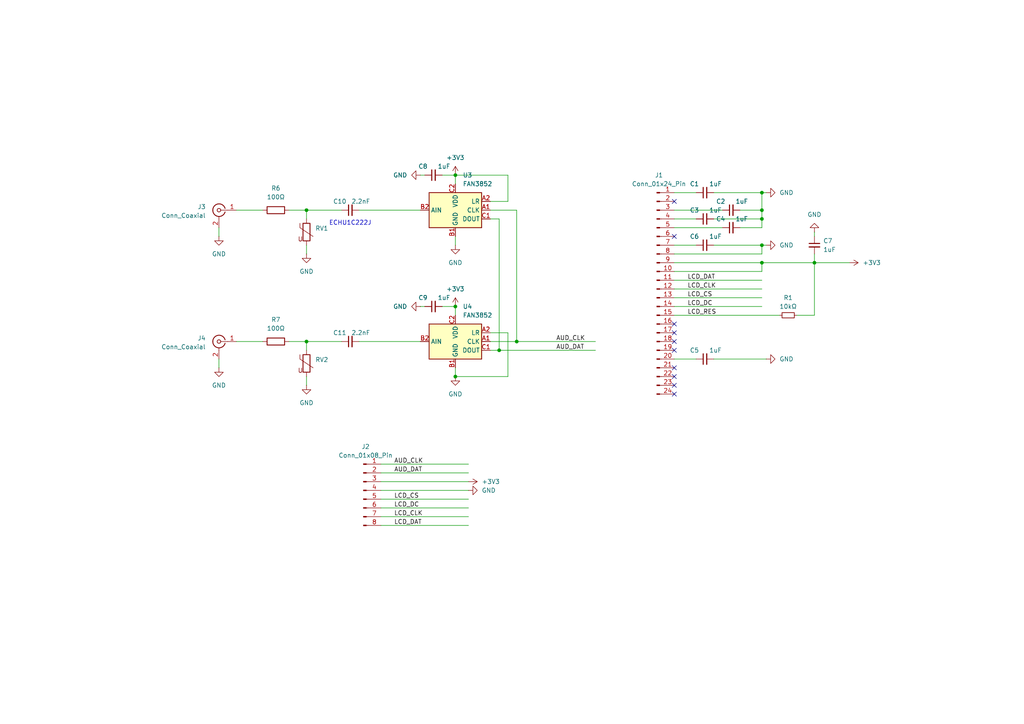
<source format=kicad_sch>
(kicad_sch (version 20250114) (generator "eeschema") (generator_version "9.0")
  (paper "A4")
  (lib_symbols
    (symbol "Connector:Conn_01x08_Pin" (pin_names (offset 1.016) (hide yes))
      (property "Reference" "J" (at 0 10.16 0))
      (property "Value" "Conn_01x08_Pin" (at 0 -12.7 0))
      (symbol "Conn_01x08_Pin_1_1"
        (rectangle (start 0.8636 7.747) (end 0 7.493) (stroke (width 0.1524)) (fill (type outline)))
        (rectangle (start 0.8636 5.207) (end 0 4.953) (stroke (width 0.1524)) (fill (type outline)))
        (rectangle (start 0.8636 2.667) (end 0 2.413) (stroke (width 0.1524)) (fill (type outline)))
        (rectangle (start 0.8636 0.127) (end 0 -0.127) (stroke (width 0.1524)) (fill (type outline)))
        (rectangle (start 0.8636 -2.413) (end 0 -2.667) (stroke (width 0.1524)) (fill (type outline)))
        (rectangle (start 0.8636 -4.953) (end 0 -5.207) (stroke (width 0.1524)) (fill (type outline)))
        (rectangle (start 0.8636 -7.493) (end 0 -7.747) (stroke (width 0.1524)) (fill (type outline)))
        (rectangle (start 0.8636 -10.033) (end 0 -10.287) (stroke (width 0.1524)) (fill (type outline)))
        (polyline (pts (xy 1.27 7.62) (xy 0.8636 7.62)) (stroke (width 0.1524)))
        (polyline (pts (xy 1.27 5.08) (xy 0.8636 5.08)) (stroke (width 0.1524)))
        (polyline (pts (xy 1.27 2.54) (xy 0.8636 2.54)) (stroke (width 0.1524)))
        (polyline (pts (xy 1.27 0) (xy 0.8636 0)) (stroke (width 0.1524)))
        (polyline (pts (xy 1.27 -2.54) (xy 0.8636 -2.54)) (stroke (width 0.1524)))
        (polyline (pts (xy 1.27 -5.08) (xy 0.8636 -5.08)) (stroke (width 0.1524)))
        (polyline (pts (xy 1.27 -7.62) (xy 0.8636 -7.62)) (stroke (width 0.1524)))
        (polyline (pts (xy 1.27 -10.16) (xy 0.8636 -10.16)) (stroke (width 0.1524)))
        (pin passive line (at 5.08 7.62 180) (length 3.81) (name "Pin_1") (number "1"))
        (pin passive line (at 5.08 5.08 180) (length 3.81) (name "Pin_2") (number "2"))
        (pin passive line (at 5.08 2.54 180) (length 3.81) (name "Pin_3") (number "3"))
        (pin passive line (at 5.08 0 180) (length 3.81) (name "Pin_4") (number "4"))
        (pin passive line (at 5.08 -2.54 180) (length 3.81) (name "Pin_5") (number "5"))
        (pin passive line (at 5.08 -5.08 180) (length 3.81) (name "Pin_6") (number "6"))
        (pin passive line (at 5.08 -7.62 180) (length 3.81) (name "Pin_7") (number "7"))
        (pin passive line (at 5.08 -10.16 180) (length 3.81) (name "Pin_8") (number "8"))
      )
    )
    (symbol "Connector:Conn_01x24_Pin" (pin_names (offset 1.016) (hide yes))
      (property "Reference" "J" (at 0 30.48 0))
      (property "Value" "Conn_01x24_Pin" (at 0 -33.02 0))
      (symbol "Conn_01x24_Pin_1_1"
        (rectangle (start 0.8636 28.067) (end 0 27.813) (stroke (width 0.1524)) (fill (type outline)))
        (rectangle (start 0.8636 25.527) (end 0 25.273) (stroke (width 0.1524)) (fill (type outline)))
        (rectangle (start 0.8636 22.987) (end 0 22.733) (stroke (width 0.1524)) (fill (type outline)))
        (rectangle (start 0.8636 20.447) (end 0 20.193) (stroke (width 0.1524)) (fill (type outline)))
        (rectangle (start 0.8636 17.907) (end 0 17.653) (stroke (width 0.1524)) (fill (type outline)))
        (rectangle (start 0.8636 15.367) (end 0 15.113) (stroke (width 0.1524)) (fill (type outline)))
        (rectangle (start 0.8636 12.827) (end 0 12.573) (stroke (width 0.1524)) (fill (type outline)))
        (rectangle (start 0.8636 10.287) (end 0 10.033) (stroke (width 0.1524)) (fill (type outline)))
        (rectangle (start 0.8636 7.747) (end 0 7.493) (stroke (width 0.1524)) (fill (type outline)))
        (rectangle (start 0.8636 5.207) (end 0 4.953) (stroke (width 0.1524)) (fill (type outline)))
        (rectangle (start 0.8636 2.667) (end 0 2.413) (stroke (width 0.1524)) (fill (type outline)))
        (rectangle (start 0.8636 0.127) (end 0 -0.127) (stroke (width 0.1524)) (fill (type outline)))
        (rectangle (start 0.8636 -2.413) (end 0 -2.667) (stroke (width 0.1524)) (fill (type outline)))
        (rectangle (start 0.8636 -4.953) (end 0 -5.207) (stroke (width 0.1524)) (fill (type outline)))
        (rectangle (start 0.8636 -7.493) (end 0 -7.747) (stroke (width 0.1524)) (fill (type outline)))
        (rectangle (start 0.8636 -10.033) (end 0 -10.287) (stroke (width 0.1524)) (fill (type outline)))
        (rectangle (start 0.8636 -12.573) (end 0 -12.827) (stroke (width 0.1524)) (fill (type outline)))
        (rectangle (start 0.8636 -15.113) (end 0 -15.367) (stroke (width 0.1524)) (fill (type outline)))
        (rectangle (start 0.8636 -17.653) (end 0 -17.907) (stroke (width 0.1524)) (fill (type outline)))
        (rectangle (start 0.8636 -20.193) (end 0 -20.447) (stroke (width 0.1524)) (fill (type outline)))
        (rectangle (start 0.8636 -22.733) (end 0 -22.987) (stroke (width 0.1524)) (fill (type outline)))
        (rectangle (start 0.8636 -25.273) (end 0 -25.527) (stroke (width 0.1524)) (fill (type outline)))
        (rectangle (start 0.8636 -27.813) (end 0 -28.067) (stroke (width 0.1524)) (fill (type outline)))
        (rectangle (start 0.8636 -30.353) (end 0 -30.607) (stroke (width 0.1524)) (fill (type outline)))
        (polyline (pts (xy 1.27 27.94) (xy 0.8636 27.94)) (stroke (width 0.1524)))
        (polyline (pts (xy 1.27 25.4) (xy 0.8636 25.4)) (stroke (width 0.1524)))
        (polyline (pts (xy 1.27 22.86) (xy 0.8636 22.86)) (stroke (width 0.1524)))
        (polyline (pts (xy 1.27 20.32) (xy 0.8636 20.32)) (stroke (width 0.1524)))
        (polyline (pts (xy 1.27 17.78) (xy 0.8636 17.78)) (stroke (width 0.1524)))
        (polyline (pts (xy 1.27 15.24) (xy 0.8636 15.24)) (stroke (width 0.1524)))
        (polyline (pts (xy 1.27 12.7) (xy 0.8636 12.7)) (stroke (width 0.1524)))
        (polyline (pts (xy 1.27 10.16) (xy 0.8636 10.16)) (stroke (width 0.1524)))
        (polyline (pts (xy 1.27 7.62) (xy 0.8636 7.62)) (stroke (width 0.1524)))
        (polyline (pts (xy 1.27 5.08) (xy 0.8636 5.08)) (stroke (width 0.1524)))
        (polyline (pts (xy 1.27 2.54) (xy 0.8636 2.54)) (stroke (width 0.1524)))
        (polyline (pts (xy 1.27 0) (xy 0.8636 0)) (stroke (width 0.1524)))
        (polyline (pts (xy 1.27 -2.54) (xy 0.8636 -2.54)) (stroke (width 0.1524)))
        (polyline (pts (xy 1.27 -5.08) (xy 0.8636 -5.08)) (stroke (width 0.1524)))
        (polyline (pts (xy 1.27 -7.62) (xy 0.8636 -7.62)) (stroke (width 0.1524)))
        (polyline (pts (xy 1.27 -10.16) (xy 0.8636 -10.16)) (stroke (width 0.1524)))
        (polyline (pts (xy 1.27 -12.7) (xy 0.8636 -12.7)) (stroke (width 0.1524)))
        (polyline (pts (xy 1.27 -15.24) (xy 0.8636 -15.24)) (stroke (width 0.1524)))
        (polyline (pts (xy 1.27 -17.78) (xy 0.8636 -17.78)) (stroke (width 0.1524)))
        (polyline (pts (xy 1.27 -20.32) (xy 0.8636 -20.32)) (stroke (width 0.1524)))
        (polyline (pts (xy 1.27 -22.86) (xy 0.8636 -22.86)) (stroke (width 0.1524)))
        (polyline (pts (xy 1.27 -25.4) (xy 0.8636 -25.4)) (stroke (width 0.1524)))
        (polyline (pts (xy 1.27 -27.94) (xy 0.8636 -27.94)) (stroke (width 0.1524)))
        (polyline (pts (xy 1.27 -30.48) (xy 0.8636 -30.48)) (stroke (width 0.1524)))
        (pin passive line (at 5.08 27.94 180) (length 3.81) (name "Pin_1") (number "1"))
        (pin passive line (at 5.08 25.4 180) (length 3.81) (name "Pin_2") (number "2"))
        (pin passive line (at 5.08 22.86 180) (length 3.81) (name "Pin_3") (number "3"))
        (pin passive line (at 5.08 20.32 180) (length 3.81) (name "Pin_4") (number "4"))
        (pin passive line (at 5.08 17.78 180) (length 3.81) (name "Pin_5") (number "5"))
        (pin passive line (at 5.08 15.24 180) (length 3.81) (name "Pin_6") (number "6"))
        (pin passive line (at 5.08 12.7 180) (length 3.81) (name "Pin_7") (number "7"))
        (pin passive line (at 5.08 10.16 180) (length 3.81) (name "Pin_8") (number "8"))
        (pin passive line (at 5.08 7.62 180) (length 3.81) (name "Pin_9") (number "9"))
        (pin passive line (at 5.08 5.08 180) (length 3.81) (name "Pin_10") (number "10"))
        (pin passive line (at 5.08 2.54 180) (length 3.81) (name "Pin_11") (number "11"))
        (pin passive line (at 5.08 0 180) (length 3.81) (name "Pin_12") (number "12"))
        (pin passive line (at 5.08 -2.54 180) (length 3.81) (name "Pin_13") (number "13"))
        (pin passive line (at 5.08 -5.08 180) (length 3.81) (name "Pin_14") (number "14"))
        (pin passive line (at 5.08 -7.62 180) (length 3.81) (name "Pin_15") (number "15"))
        (pin passive line (at 5.08 -10.16 180) (length 3.81) (name "Pin_16") (number "16"))
        (pin passive line (at 5.08 -12.7 180) (length 3.81) (name "Pin_17") (number "17"))
        (pin passive line (at 5.08 -15.24 180) (length 3.81) (name "Pin_18") (number "18"))
        (pin passive line (at 5.08 -17.78 180) (length 3.81) (name "Pin_19") (number "19"))
        (pin passive line (at 5.08 -20.32 180) (length 3.81) (name "Pin_20") (number "20"))
        (pin passive line (at 5.08 -22.86 180) (length 3.81) (name "Pin_21") (number "21"))
        (pin passive line (at 5.08 -25.4 180) (length 3.81) (name "Pin_22") (number "22"))
        (pin passive line (at 5.08 -27.94 180) (length 3.81) (name "Pin_23") (number "23"))
        (pin passive line (at 5.08 -30.48 180) (length 3.81) (name "Pin_24") (number "24"))
      )
    )
    (symbol "Connector:Conn_Coaxial" (pin_names (offset 1.016) (hide yes))
      (property "Reference" "J" (at 0.254 3.048 0))
      (property "Value" "Conn_Coaxial" (at 2.921 0 90))
      (symbol "Conn_Coaxial_0_1"
        (polyline (pts (xy -2.54 0) (xy -0.508 0)))
        (arc (start 1.778 0) (mid 0.222 -1.8079) (end -1.778 -0.508) (stroke (width 0.254)))
        (arc (start -1.778 0.508) (mid 0.2221 1.8084) (end 1.778 0) (stroke (width 0.254)))
        (circle (center 0 0) (radius 0.508) (stroke (width 0.2032)))
        (polyline (pts (xy 0 -2.54) (xy 0 -1.778)))
      )
      (symbol "Conn_Coaxial_1_1"
        (pin passive line (at -5.08 0 0) (length 2.54) (name "In") (number "1"))
        (pin passive line (at 0 -5.08 90) (length 2.54) (name "Ext") (number "2"))
      )
    )
    (symbol "Device:C_Small" (pin_numbers (hide yes)) (pin_names (offset 0.254) (hide yes))
      (property "Reference" "C" (at 0.254 1.778 0))
      (property "Value" "C_Small" (at 0.254 -2.032 0))
      (symbol "C_Small_0_1"
        (polyline (pts (xy -1.524 0.508) (xy 1.524 0.508)) (stroke (width 0.3048)))
        (polyline (pts (xy -1.524 -0.508) (xy 1.524 -0.508)) (stroke (width 0.3302)))
      )
      (symbol "C_Small_1_1"
        (pin passive line (at 0 2.54 270) (length 2.032) (name "~") (number "1"))
        (pin passive line (at 0 -2.54 90) (length 2.032) (name "~") (number "2"))
      )
    )
    (symbol "Device:R" (pin_numbers (hide yes)) (pin_names (offset 0))
      (property "Reference" "R" (at 2.032 0 90))
      (property "Value" "R" (at 0 0 90))
      (symbol "R_0_1"
        (rectangle (start -1.016 -2.54) (end 1.016 2.54) (stroke (width 0.254)))
      )
      (symbol "R_1_1"
        (pin passive line (at 0 3.81 270) (length 1.27) (name "~") (number "1"))
        (pin passive line (at 0 -3.81 90) (length 1.27) (name "~") (number "2"))
      )
    )
    (symbol "Device:R_Small" (pin_numbers (hide yes)) (pin_names (offset 0.254) (hide yes))
      (property "Reference" "R" (at 0 0 90))
      (property "Value" "R_Small" (at 1.778 0 90))
      (symbol "R_Small_0_1"
        (rectangle (start -0.762 1.778) (end 0.762 -1.778) (stroke (width 0.2032)))
      )
      (symbol "R_Small_1_1"
        (pin passive line (at 0 2.54 270) (length 0.762) (name "~") (number "1"))
        (pin passive line (at 0 -2.54 90) (length 0.762) (name "~") (number "2"))
      )
    )
    (symbol "Device:Varistor" (pin_numbers (hide yes)) (pin_names (offset 0))
      (property "Reference" "RV" (at 3.175 0 90))
      (property "Value" "Varistor" (at -3.175 0 90))
      (symbol "Varistor_0_0"
        (text "U" (at -1.778 -2.032 0) (effects (font (size 1.27 1.27))))
      )
      (symbol "Varistor_0_1"
        (polyline (pts (xy -1.905 2.54) (xy -1.905 1.27) (xy 1.905 -1.27)))
        (rectangle (start -1.016 -2.54) (end 1.016 2.54) (stroke (width 0.254)))
      )
      (symbol "Varistor_1_1"
        (pin passive line (at 0 3.81 270) (length 1.27) (name "~") (number "1"))
        (pin passive line (at 0 -3.81 90) (length 1.27) (name "~") (number "2"))
      )
    )
    (symbol "User:FAN3852"
      (property "Reference" "U" (at -7.62 6.35 0))
      (property "Value" "FAN3852" (at 1.27 -6.35 0))
      (symbol "FAN3852_0_1"
        (rectangle (start -7.62 5.08) (end 7.62 -5.08) (stroke (width 0.254)) (fill (type background)))
      )
      (symbol "FAN3852_1_1"
        (pin input line (at -10.16 0 0) (length 2.54) (name "AIN") (number "B2"))
        (pin power_in line (at 0 7.62 270) (length 2.54) (name "VDD") (number "C2"))
        (pin passive line (at 0 -7.62 90) (length 2.54) (hide yes) (name "GND") (number "3"))
        (pin power_in line (at 0 -7.62 90) (length 2.54) (name "GND") (number "B1"))
        (pin input line (at 10.16 2.54 180) (length 2.54) (name "LR") (number "A2"))
        (pin input line (at 10.16 0 180) (length 2.54) (name "CLK") (number "A1"))
        (pin output line (at 10.16 -2.54 180) (length 2.54) (name "DOUT") (number "C1"))
      )
    )
    (symbol "power:+3V3" (power) (pin_numbers (hide yes)) (pin_names (offset 0) (hide yes))
      (property "Value" "+3V3" (at 0 3.556 0))
      (symbol "+3V3_0_1"
        (polyline (pts (xy -0.762 1.27) (xy 0 2.54)))
        (polyline (pts (xy 0 2.54) (xy 0.762 1.27)))
        (polyline (pts (xy 0 0) (xy 0 2.54)))
      )
      (symbol "+3V3_1_1"
        (pin power_in line (at 0 0 90) (length 0) (name "~") (number "1"))
      )
    )
    (symbol "power:GND" (power) (pin_numbers (hide yes)) (pin_names (offset 0) (hide yes))
      (property "Value" "GND" (at 0 -3.81 0))
      (symbol "GND_0_1"
        (polyline (pts (xy 0 0) (xy 0 -1.27) (xy 1.27 -1.27) (xy 0 -2.54) (xy -1.27 -1.27) (xy 0 -1.27)))
      )
      (symbol "GND_1_1"
        (pin power_in line (at 0 0 270) (length 0) (name "~") (number "1"))
      )
    )
  )
  (text "ECHU1C222J" (at 101.6 64.77 0) (effects (font (size 1.27 1.27))))
  (junction (at 88.9 60.96))
  (junction (at 220.98 60.96))
  (junction (at 149.86 99.06))
  (junction (at 220.98 63.5))
  (junction (at 220.98 55.88))
  (junction (at 144.78 101.6))
  (junction (at 132.08 109.22))
  (junction (at 236.22 76.2))
  (junction (at 132.08 88.9))
  (junction (at 220.98 76.2))
  (junction (at 132.08 50.8))
  (junction (at 220.98 71.12))
  (junction (at 88.9 99.06))
  (no_connect (at 195.58 68.58))
  (no_connect (at 195.58 114.3))
  (no_connect (at 195.58 58.42))
  (no_connect (at 195.58 101.6))
  (no_connect (at 195.58 106.68))
  (no_connect (at 195.58 109.22))
  (no_connect (at 195.58 96.52))
  (no_connect (at 195.58 111.76))
  (no_connect (at 195.58 93.98))
  (no_connect (at 195.58 99.06))
  (wire (pts (xy 195.58 60.96) (xy 209.55 60.96)))
  (wire (pts (xy 110.49 149.86) (xy 135.89 149.86)))
  (wire (pts (xy 195.58 63.5) (xy 201.93 63.5)))
  (wire (pts (xy 220.98 55.88) (xy 220.98 60.96)))
  (wire (pts (xy 207.01 71.12) (xy 220.98 71.12)))
  (wire (pts (xy 195.58 81.28) (xy 220.98 81.28)))
  (wire (pts (xy 195.58 78.74) (xy 220.98 78.74)))
  (wire (pts (xy 222.25 71.12) (xy 220.98 71.12)))
  (wire (pts (xy 88.9 99.06) (xy 99.06 99.06)))
  (wire (pts (xy 88.9 99.06) (xy 83.82 99.06)))
  (wire (pts (xy 195.58 71.12) (xy 201.93 71.12)))
  (wire (pts (xy 195.58 66.04) (xy 209.55 66.04)))
  (wire (pts (xy 195.58 91.44) (xy 226.06 91.44)))
  (wire (pts (xy 142.24 96.52) (xy 147.32 96.52)))
  (wire (pts (xy 110.49 152.4) (xy 135.89 152.4)))
  (wire (pts (xy 147.32 58.42) (xy 147.32 50.8)))
  (wire (pts (xy 142.24 99.06) (xy 149.86 99.06)))
  (wire (pts (xy 104.14 60.96) (xy 121.92 60.96)))
  (wire (pts (xy 110.49 139.7) (xy 135.89 139.7)))
  (wire (pts (xy 195.58 86.36) (xy 220.98 86.36)))
  (wire (pts (xy 110.49 144.78) (xy 135.89 144.78)))
  (wire (pts (xy 195.58 83.82) (xy 220.98 83.82)))
  (wire (pts (xy 121.92 50.8) (xy 123.19 50.8)))
  (wire (pts (xy 222.25 55.88) (xy 220.98 55.88)))
  (wire (pts (xy 149.86 60.96) (xy 142.24 60.96)))
  (wire (pts (xy 68.58 99.06) (xy 76.2 99.06)))
  (wire (pts (xy 147.32 50.8) (xy 132.08 50.8)))
  (wire (pts (xy 110.49 147.32) (xy 135.89 147.32)))
  (wire (pts (xy 63.5 104.14) (xy 63.5 106.68)))
  (wire (pts (xy 220.98 78.74) (xy 220.98 76.2)))
  (wire (pts (xy 220.98 60.96) (xy 220.98 63.5)))
  (wire (pts (xy 132.08 106.68) (xy 132.08 109.22)))
  (wire (pts (xy 88.9 60.96) (xy 83.82 60.96)))
  (wire (pts (xy 144.78 101.6) (xy 144.78 63.5)))
  (wire (pts (xy 231.14 91.44) (xy 236.22 91.44)))
  (wire (pts (xy 195.58 73.66) (xy 220.98 73.66)))
  (wire (pts (xy 88.9 71.12) (xy 88.9 73.66)))
  (wire (pts (xy 195.58 55.88) (xy 201.93 55.88)))
  (wire (pts (xy 132.08 68.58) (xy 132.08 71.12)))
  (wire (pts (xy 207.01 104.14) (xy 222.25 104.14)))
  (wire (pts (xy 88.9 101.6) (xy 88.9 99.06)))
  (wire (pts (xy 142.24 101.6) (xy 144.78 101.6)))
  (wire (pts (xy 147.32 96.52) (xy 147.32 109.22)))
  (wire (pts (xy 236.22 91.44) (xy 236.22 76.2)))
  (wire (pts (xy 220.98 76.2) (xy 236.22 76.2)))
  (wire (pts (xy 142.24 58.42) (xy 147.32 58.42)))
  (wire (pts (xy 110.49 137.16) (xy 135.89 137.16)))
  (wire (pts (xy 207.01 63.5) (xy 220.98 63.5)))
  (wire (pts (xy 147.32 109.22) (xy 132.08 109.22)))
  (wire (pts (xy 68.58 60.96) (xy 76.2 60.96)))
  (wire (pts (xy 110.49 142.24) (xy 135.89 142.24)))
  (wire (pts (xy 220.98 63.5) (xy 220.98 66.04)))
  (wire (pts (xy 236.22 76.2) (xy 246.38 76.2)))
  (wire (pts (xy 128.27 88.9) (xy 132.08 88.9)))
  (wire (pts (xy 132.08 50.8) (xy 132.08 53.34)))
  (wire (pts (xy 128.27 50.8) (xy 132.08 50.8)))
  (wire (pts (xy 144.78 63.5) (xy 142.24 63.5)))
  (wire (pts (xy 195.58 104.14) (xy 201.93 104.14)))
  (wire (pts (xy 88.9 109.22) (xy 88.9 111.76)))
  (wire (pts (xy 220.98 73.66) (xy 220.98 71.12)))
  (wire (pts (xy 195.58 76.2) (xy 220.98 76.2)))
  (wire (pts (xy 214.63 66.04) (xy 220.98 66.04)))
  (wire (pts (xy 195.58 88.9) (xy 220.98 88.9)))
  (wire (pts (xy 144.78 101.6) (xy 172.72 101.6)))
  (wire (pts (xy 110.49 134.62) (xy 135.89 134.62)))
  (wire (pts (xy 149.86 99.06) (xy 149.86 60.96)))
  (wire (pts (xy 236.22 67.31) (xy 236.22 68.58)))
  (wire (pts (xy 149.86 99.06) (xy 172.72 99.06)))
  (wire (pts (xy 214.63 60.96) (xy 220.98 60.96)))
  (wire (pts (xy 132.08 88.9) (xy 132.08 91.44)))
  (wire (pts (xy 88.9 60.96) (xy 99.06 60.96)))
  (wire (pts (xy 236.22 73.66) (xy 236.22 76.2)))
  (wire (pts (xy 207.01 55.88) (xy 220.98 55.88)))
  (wire (pts (xy 121.92 88.9) (xy 123.19 88.9)))
  (wire (pts (xy 104.14 99.06) (xy 121.92 99.06)))
  (wire (pts (xy 88.9 63.5) (xy 88.9 60.96)))
  (wire (pts (xy 63.5 66.04) (xy 63.5 68.58)))
  (label "LCD_CS" (at 199.39 86.36 0))
  (label "LCD_CLK" (at 199.39 83.82 0))
  (label "LCD_CS" (at 114.3 144.78 0))
  (label "AUD_CLK" (at 161.29 99.06 0))
  (label "LCD_DC" (at 114.3 147.32 0))
  (label "AUD_DAT" (at 114.3 137.16 0))
  (label "LCD_CLK" (at 114.3 149.86 0))
  (label "LCD_RES" (at 199.39 91.44 0))
  (label "LCD_DC" (at 199.39 88.9 0))
  (label "LCD_DAT" (at 199.39 81.28 0))
  (label "AUD_DAT" (at 161.29 101.6 0))
  (label "AUD_CLK" (at 114.3 134.62 0))
  (label "LCD_DAT" (at 114.3 152.4 0))
  (symbol (lib_id "power:GND") (at 121.92 50.8 270) (unit 1)
    (property "Reference" "#PWR06" (effects (hide yes)))
    (property "Value" "GND" (at 118.11 50.7999 90) (effects (justify right)))
    (property "Description" "Power symbol creates a global label with name \"GND\" , ground" (effects (hide yes)))
  )
  (symbol (lib_id "Device:R") (at 80.01 99.06 90) (unit 1)
    (property "Reference" "R7" (at 80.01 92.71 90))
    (property "Value" "100Ω" (at 80.01 95.25 90))
    (property "Footprint" "Resistor_SMD:R_0402_1005Metric" (effects (hide yes)))
    (property "Description" "Resistor" (effects (hide yes)))
  )
  (symbol (lib_id "Connector:Conn_01x08_Pin") (at 105.41 142.24 0) (unit 1)
    (property "Reference" "J2" (at 106.045 129.54 0))
    (property "Value" "Conn_01x08_Pin" (at 106.045 132.08 0))
    (property "Footprint" "Connector_PinSocket_1.27mm:PinSocket_1x08_P1.27mm_Vertical" (effects (hide yes)))
    (property "Description" "Generic connector, single row, 01x08, script generated" (effects (hide yes)))
  )
  (symbol (lib_id "power:GND") (at 63.5 68.58 0) (unit 1)
    (property "Reference" "#PWR012" (effects (hide yes)))
    (property "Value" "GND" (at 63.5 73.66 0))
    (property "Description" "Power symbol creates a global label with name \"GND\" , ground" (effects (hide yes)))
  )
  (symbol (lib_id "Connector:Conn_Coaxial") (at 63.5 60.96 0) (mirror y) (unit 1)
    (property "Reference" "J3" (at 59.69 59.9831 0) (effects (justify left)))
    (property "Value" "Conn_Coaxial" (at 59.69 62.5231 0) (effects (justify left)))
    (property "Footprint" "User:IPEX_20449-001E-03" (effects (hide yes)))
    (property "Description" "coaxial connector (BNC, SMA, SMB, SMC, Cinch/RCA, LEMO, ...)" (effects (hide yes)))
  )
  (symbol (lib_id "Device:C_Small") (at 101.6 99.06 90) (unit 1)
    (property "Reference" "C11" (at 98.552 96.52 90))
    (property "Value" "2.2nF" (at 104.648 96.52 90))
    (property "Footprint" "Capacitor_SMD:C_0603_1608Metric" (effects (hide yes)))
    (property "Description" "Unpolarized capacitor, small symbol" (effects (hide yes)))
  )
  (symbol (lib_id "Device:C_Small") (at 204.47 63.5 90) (unit 1)
    (property "Reference" "C3" (at 201.422 60.96 90))
    (property "Value" "1uF" (at 207.518 60.96 90))
    (property "Footprint" "Capacitor_SMD:C_0402_1005Metric" (effects (hide yes)))
    (property "Description" "Unpolarized capacitor, small symbol" (effects (hide yes)))
  )
  (symbol (lib_id "power:+3V3") (at 246.38 76.2 270) (unit 1)
    (property "Reference" "#PWR020" (effects (hide yes)))
    (property "Value" "+3V3" (at 250.19 76.1999 90) (effects (justify left)))
    (property "Description" "Power symbol creates a global label with name \"+3V3\"" (effects (hide yes)))
  )
  (symbol (lib_id "power:GND") (at 132.08 71.12 0) (unit 1)
    (property "Reference" "#PWR018" (effects (hide yes)))
    (property "Value" "GND" (at 132.08 76.2 0))
    (property "Description" "Power symbol creates a global label with name \"GND\" , ground" (effects (hide yes)))
  )
  (symbol (lib_id "power:+3V3") (at 132.08 50.8 0) (unit 1)
    (property "Reference" "#PWR016" (effects (hide yes)))
    (property "Value" "+3V3" (at 132.08 45.72 0))
    (property "Description" "Power symbol creates a global label with name \"+3V3\"" (effects (hide yes)))
  )
  (symbol (lib_id "Device:C_Small") (at 236.22 71.12 0) (unit 1)
    (property "Reference" "C7" (at 238.76 69.8562 0) (effects (justify left)))
    (property "Value" "1uF" (at 238.76 72.3962 0) (effects (justify left)))
    (property "Footprint" "Capacitor_SMD:C_0402_1005Metric" (effects (hide yes)))
    (property "Description" "Unpolarized capacitor, small symbol" (effects (hide yes)))
  )
  (symbol (lib_id "power:+3V3") (at 132.08 88.9 0) (unit 1)
    (property "Reference" "#PWR017" (effects (hide yes)))
    (property "Value" "+3V3" (at 132.08 83.82 0))
    (property "Description" "Power symbol creates a global label with name \"+3V3\"" (effects (hide yes)))
  )
  (symbol (lib_id "Device:R") (at 80.01 60.96 90) (unit 1)
    (property "Reference" "R6" (at 80.01 54.61 90))
    (property "Value" "100Ω" (at 80.01 57.15 90))
    (property "Footprint" "Resistor_SMD:R_0402_1005Metric" (effects (hide yes)))
    (property "Description" "Resistor" (effects (hide yes)))
  )
  (symbol (lib_id "Connector:Conn_01x24_Pin") (at 190.5 83.82 0) (unit 1)
    (property "Reference" "J1" (at 191.135 50.8 0))
    (property "Value" "Conn_01x24_Pin" (at 191.135 53.34 0))
    (property "Footprint" "User:TE_2-1734839-4_1x24-1MP_P0.5mm_Horizontal" (effects (hide yes)))
    (property "Description" "Generic connector, single row, 01x24, script generated" (effects (hide yes)))
  )
  (symbol (lib_id "Device:Varistor") (at 88.9 67.31 0) (unit 1)
    (property "Reference" "RV1" (at 91.44 66.2332 0) (effects (justify left)))
    (property "Value" "Varistor" (effects (hide yes)))
    (property "Footprint" "Resistor_SMD:R_0402_1005Metric" (effects (hide yes)))
    (property "Description" "Voltage dependent resistor" (effects (hide yes)))
    (property "Sim.Name" "kicad_builtin_varistor" (effects (hide yes)))
    (property "Sim.Device" "SUBCKT" (effects (hide yes)))
    (property "Sim.Pins" "1=A 2=B" (effects (hide yes)))
    (property "Sim.Params" "threshold=1k" (effects (hide yes)))
    (property "Sim.Library" "${KICAD9_SYMBOL_DIR}/Simulation_SPICE.sp" (effects (hide yes)))
  )
  (symbol (lib_id "User:FAN3852") (at 132.08 60.96 0) (unit 1)
    (property "Reference" "U3" (at 134.2233 50.8 0) (effects (justify left)))
    (property "Value" "FAN3852" (at 134.2233 53.34 0) (effects (justify left)))
    (property "Footprint" "Package_BGA:Texas_DSBGA-6_0.855x1.255mm_Layout2x3_P0.4mm_LevelC" (effects (hide yes)))
    (property "Datasheet" "https://www.onsemi.com/pdf/datasheet/fan3852-d.pdf" (effects (hide yes)))
    (property "Description" "Microphone Pre-Amplifier with Digital Output" (effects (hide yes)))
  )
  (symbol (lib_id "power:GND") (at 222.25 55.88 90) (unit 1)
    (property "Reference" "#PWR01" (effects (hide yes)))
    (property "Value" "GND" (at 226.06 55.8799 90) (effects (justify right)))
    (property "Description" "Power symbol creates a global label with name \"GND\" , ground" (effects (hide yes)))
  )
  (symbol (lib_id "power:+3V3") (at 135.89 139.7 270) (unit 1)
    (property "Reference" "#PWR021" (effects (hide yes)))
    (property "Value" "+3V3" (at 139.7 139.6999 90) (effects (justify left)))
    (property "Description" "Power symbol creates a global label with name \"+3V3\"" (effects (hide yes)))
  )
  (symbol (lib_id "Device:C_Small") (at 204.47 55.88 90) (unit 1)
    (property "Reference" "C1" (at 201.422 53.34 90))
    (property "Value" "1uF" (at 207.518 53.34 90))
    (property "Footprint" "Capacitor_SMD:C_0402_1005Metric" (effects (hide yes)))
    (property "Description" "Unpolarized capacitor, small symbol" (effects (hide yes)))
  )
  (symbol (lib_id "power:GND") (at 132.08 109.22 0) (unit 1)
    (property "Reference" "#PWR019" (effects (hide yes)))
    (property "Value" "GND" (at 132.08 114.3 0))
    (property "Description" "Power symbol creates a global label with name \"GND\" , ground" (effects (hide yes)))
  )
  (symbol (lib_id "power:GND") (at 63.5 106.68 0) (unit 1)
    (property "Reference" "#PWR013" (effects (hide yes)))
    (property "Value" "GND" (at 63.5 111.76 0))
    (property "Description" "Power symbol creates a global label with name \"GND\" , ground" (effects (hide yes)))
  )
  (symbol (lib_id "power:GND") (at 222.25 71.12 90) (unit 1)
    (property "Reference" "#PWR03" (effects (hide yes)))
    (property "Value" "GND" (at 226.06 71.1199 90) (effects (justify right)))
    (property "Description" "Power symbol creates a global label with name \"GND\" , ground" (effects (hide yes)))
  )
  (symbol (lib_id "power:GND") (at 236.22 67.31 180) (unit 1)
    (property "Reference" "#PWR04" (effects (hide yes)))
    (property "Value" "GND" (at 236.22 62.23 0))
    (property "Description" "Power symbol creates a global label with name \"GND\" , ground" (effects (hide yes)))
  )
  (symbol (lib_id "power:GND") (at 88.9 111.76 0) (unit 1)
    (property "Reference" "#PWR015" (effects (hide yes)))
    (property "Value" "GND" (at 88.9 116.84 0))
    (property "Description" "Power symbol creates a global label with name \"GND\" , ground" (effects (hide yes)))
  )
  (symbol (lib_id "Device:Varistor") (at 88.9 105.41 0) (unit 1)
    (property "Reference" "RV2" (at 91.44 104.3332 0) (effects (justify left)))
    (property "Value" "Varistor" (effects (hide yes)))
    (property "Footprint" "Resistor_SMD:R_0402_1005Metric" (effects (hide yes)))
    (property "Description" "Voltage dependent resistor" (effects (hide yes)))
    (property "Sim.Name" "kicad_builtin_varistor" (effects (hide yes)))
    (property "Sim.Device" "SUBCKT" (effects (hide yes)))
    (property "Sim.Pins" "1=A 2=B" (effects (hide yes)))
    (property "Sim.Params" "threshold=1k" (effects (hide yes)))
    (property "Sim.Library" "${KICAD9_SYMBOL_DIR}/Simulation_SPICE.sp" (effects (hide yes)))
  )
  (symbol (lib_id "Connector:Conn_Coaxial") (at 63.5 99.06 0) (mirror y) (unit 1)
    (property "Reference" "J4" (at 59.69 98.0831 0) (effects (justify left)))
    (property "Value" "Conn_Coaxial" (at 59.69 100.6231 0) (effects (justify left)))
    (property "Footprint" "User:IPEX_20449-001E-03" (effects (hide yes)))
    (property "Description" "coaxial connector (BNC, SMA, SMB, SMC, Cinch/RCA, LEMO, ...)" (effects (hide yes)))
  )
  (symbol (lib_id "Device:C_Small") (at 125.73 50.8 90) (unit 1)
    (property "Reference" "C8" (at 122.682 48.26 90))
    (property "Value" "1uF" (at 128.778 48.26 90))
    (property "Footprint" "Capacitor_SMD:C_0402_1005Metric" (effects (hide yes)))
    (property "Description" "Unpolarized capacitor, small symbol" (effects (hide yes)))
  )
  (symbol (lib_id "power:GND") (at 222.25 104.14 90) (unit 1)
    (property "Reference" "#PWR02" (effects (hide yes)))
    (property "Value" "GND" (at 226.06 104.1399 90) (effects (justify right)))
    (property "Description" "Power symbol creates a global label with name \"GND\" , ground" (effects (hide yes)))
  )
  (symbol (lib_id "Device:R_Small") (at 228.6 91.44 90) (unit 1)
    (property "Reference" "R1" (at 228.6 86.36 90))
    (property "Value" "10kΩ" (at 228.6 88.9 90))
    (property "Footprint" "Resistor_SMD:R_0402_1005Metric" (effects (hide yes)))
    (property "Description" "Resistor, small symbol" (effects (hide yes)))
  )
  (symbol (lib_id "power:GND") (at 88.9 73.66 0) (unit 1)
    (property "Reference" "#PWR014" (effects (hide yes)))
    (property "Value" "GND" (at 88.9 78.74 0))
    (property "Description" "Power symbol creates a global label with name \"GND\" , ground" (effects (hide yes)))
  )
  (symbol (lib_id "Device:C_Small") (at 212.09 60.96 90) (unit 1)
    (property "Reference" "C2" (at 209.042 58.42 90))
    (property "Value" "1uF" (at 215.138 58.42 90))
    (property "Footprint" "Capacitor_SMD:C_0402_1005Metric" (effects (hide yes)))
    (property "Description" "Unpolarized capacitor, small symbol" (effects (hide yes)))
  )
  (symbol (lib_id "Device:C_Small") (at 125.73 88.9 90) (unit 1)
    (property "Reference" "C9" (at 122.682 86.36 90))
    (property "Value" "1uF" (at 128.778 86.36 90))
    (property "Footprint" "Capacitor_SMD:C_0402_1005Metric" (effects (hide yes)))
    (property "Description" "Unpolarized capacitor, small symbol" (effects (hide yes)))
  )
  (symbol (lib_id "User:FAN3852") (at 132.08 99.06 0) (unit 1)
    (property "Reference" "U4" (at 134.2233 88.9 0) (effects (justify left)))
    (property "Value" "FAN3852" (at 134.2233 91.44 0) (effects (justify left)))
    (property "Footprint" "Package_BGA:Texas_DSBGA-6_0.855x1.255mm_Layout2x3_P0.4mm_LevelC" (effects (hide yes)))
    (property "Datasheet" "https://www.onsemi.com/pdf/datasheet/fan3852-d.pdf" (effects (hide yes)))
    (property "Description" "Microphone Pre-Amplifier with Digital Output" (effects (hide yes)))
  )
  (symbol (lib_id "Device:C_Small") (at 101.6 60.96 90) (unit 1)
    (property "Reference" "C10" (at 98.552 58.42 90))
    (property "Value" "2.2nF" (at 104.648 58.42 90))
    (property "Footprint" "Capacitor_SMD:C_0603_1608Metric" (effects (hide yes)))
    (property "Description" "Unpolarized capacitor, small symbol" (effects (hide yes)))
  )
  (symbol (lib_id "Device:C_Small") (at 204.47 104.14 90) (unit 1)
    (property "Reference" "C5" (at 201.422 101.6 90))
    (property "Value" "1uF" (at 207.518 101.6 90))
    (property "Footprint" "Capacitor_SMD:C_0402_1005Metric" (effects (hide yes)))
    (property "Description" "Unpolarized capacitor, small symbol" (effects (hide yes)))
  )
  (symbol (lib_id "Device:C_Small") (at 204.47 71.12 90) (unit 1)
    (property "Reference" "C6" (at 201.422 68.58 90))
    (property "Value" "1uF" (at 207.518 68.58 90))
    (property "Footprint" "Capacitor_SMD:C_0402_1005Metric" (effects (hide yes)))
    (property "Description" "Unpolarized capacitor, small symbol" (effects (hide yes)))
  )
  (symbol (lib_id "power:GND") (at 121.92 88.9 270) (unit 1)
    (property "Reference" "#PWR07" (effects (hide yes)))
    (property "Value" "GND" (at 118.11 88.8999 90) (effects (justify right)))
    (property "Description" "Power symbol creates a global label with name \"GND\" , ground" (effects (hide yes)))
  )
  (symbol (lib_id "power:GND") (at 135.89 142.24 90) (unit 1)
    (property "Reference" "#PWR05" (effects (hide yes)))
    (property "Value" "GND" (at 139.7 142.2399 90) (effects (justify right)))
    (property "Description" "Power symbol creates a global label with name \"GND\" , ground" (effects (hide yes)))
  )
  (symbol (lib_id "Device:C_Small") (at 212.09 66.04 90) (unit 1)
    (property "Reference" "C4" (at 209.042 63.5 90))
    (property "Value" "1uF" (at 215.138 63.5 90))
    (property "Footprint" "Capacitor_SMD:C_0402_1005Metric" (effects (hide yes)))
    (property "Description" "Unpolarized capacitor, small symbol" (effects (hide yes)))
  )
)
</source>
